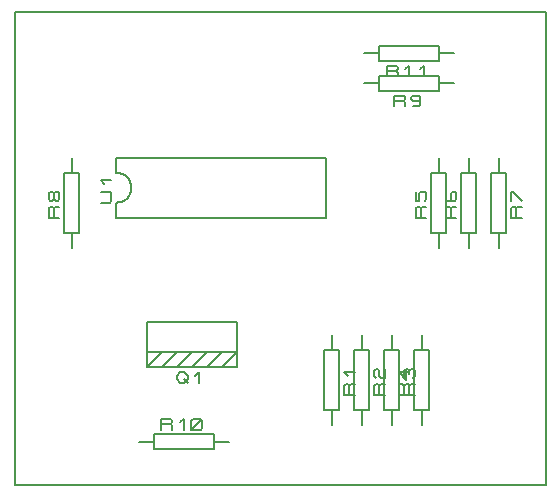
<source format=gbr>
G04 PROTEUS GERBER X2 FILE*
%TF.GenerationSoftware,Labcenter,Proteus,8.6-SP2-Build23525*%
%TF.CreationDate,2018-04-08T18:57:29+00:00*%
%TF.FileFunction,Legend,Top*%
%TF.FilePolarity,Positive*%
%TF.Part,Single*%
%FSLAX45Y45*%
%MOMM*%
G01*
%TA.AperFunction,Profile*%
%ADD15C,0.203200*%
%TA.AperFunction,Material*%
%ADD16C,0.203200*%
%TD.AperFunction*%
D15*
X-9750000Y-1500000D02*
X-5250000Y-1500000D01*
X-5250000Y+2500000D01*
X-9750000Y+2500000D01*
X-9750000Y-1500000D01*
D16*
X-8890000Y+1143000D02*
X-8890000Y+1270000D01*
X-8890000Y+762000D02*
X-8890000Y+889000D01*
X-8763000Y+1016000D02*
X-8765436Y+1041876D01*
X-8772485Y+1065848D01*
X-8783762Y+1087438D01*
X-8798878Y+1106170D01*
X-8817446Y+1121569D01*
X-8839081Y+1133158D01*
X-8863394Y+1140460D01*
X-8890000Y+1143000D01*
X-8763000Y+1016000D02*
X-8765436Y+989394D01*
X-8772485Y+965081D01*
X-8783762Y+943446D01*
X-8798878Y+924878D01*
X-8817446Y+909762D01*
X-8839081Y+898485D01*
X-8863394Y+891436D01*
X-8890000Y+889000D01*
X-8890000Y+762000D02*
X-7112000Y+762000D01*
X-7112000Y+1270000D01*
X-8890000Y+1270000D01*
X-9022080Y+889000D02*
X-8945880Y+889000D01*
X-8930640Y+904875D01*
X-8930640Y+968375D01*
X-8945880Y+984250D01*
X-9022080Y+984250D01*
X-8991600Y+1047750D02*
X-9022080Y+1079500D01*
X-8930640Y+1079500D01*
X-7064000Y-230000D02*
X-7064000Y-357000D01*
X-7127500Y-865000D02*
X-7000500Y-865000D01*
X-7000500Y-357000D01*
X-7127500Y-357000D01*
X-7127500Y-865000D01*
X-7064000Y-865000D02*
X-7064000Y-992000D01*
X-6868420Y-738000D02*
X-6959860Y-738000D01*
X-6959860Y-658625D01*
X-6944620Y-642750D01*
X-6929380Y-642750D01*
X-6914140Y-658625D01*
X-6914140Y-738000D01*
X-6914140Y-658625D02*
X-6898900Y-642750D01*
X-6868420Y-642750D01*
X-6929380Y-579250D02*
X-6959860Y-547500D01*
X-6868420Y-547500D01*
X-6810000Y-230000D02*
X-6810000Y-357000D01*
X-6873500Y-865000D02*
X-6746500Y-865000D01*
X-6746500Y-357000D01*
X-6873500Y-357000D01*
X-6873500Y-865000D01*
X-6810000Y-865000D02*
X-6810000Y-992000D01*
X-6614420Y-738000D02*
X-6705860Y-738000D01*
X-6705860Y-658625D01*
X-6690620Y-642750D01*
X-6675380Y-642750D01*
X-6660140Y-658625D01*
X-6660140Y-738000D01*
X-6660140Y-658625D02*
X-6644900Y-642750D01*
X-6614420Y-642750D01*
X-6690620Y-595125D02*
X-6705860Y-579250D01*
X-6705860Y-531625D01*
X-6690620Y-515750D01*
X-6675380Y-515750D01*
X-6660140Y-531625D01*
X-6660140Y-579250D01*
X-6644900Y-595125D01*
X-6614420Y-595125D01*
X-6614420Y-515750D01*
X-6556000Y-230000D02*
X-6556000Y-357000D01*
X-6619500Y-865000D02*
X-6492500Y-865000D01*
X-6492500Y-357000D01*
X-6619500Y-357000D01*
X-6619500Y-865000D01*
X-6556000Y-865000D02*
X-6556000Y-992000D01*
X-6360420Y-738000D02*
X-6451860Y-738000D01*
X-6451860Y-658625D01*
X-6436620Y-642750D01*
X-6421380Y-642750D01*
X-6406140Y-658625D01*
X-6406140Y-738000D01*
X-6406140Y-658625D02*
X-6390900Y-642750D01*
X-6360420Y-642750D01*
X-6436620Y-595125D02*
X-6451860Y-579250D01*
X-6451860Y-531625D01*
X-6436620Y-515750D01*
X-6421380Y-515750D01*
X-6406140Y-531625D01*
X-6390900Y-515750D01*
X-6375660Y-515750D01*
X-6360420Y-531625D01*
X-6360420Y-579250D01*
X-6375660Y-595125D01*
X-6406140Y-563375D02*
X-6406140Y-531625D01*
X-6302000Y-992000D02*
X-6302000Y-865000D01*
X-6365500Y-865000D02*
X-6238500Y-865000D01*
X-6238500Y-357000D01*
X-6365500Y-357000D01*
X-6365500Y-865000D01*
X-6302000Y-357000D02*
X-6302000Y-230000D01*
X-6406140Y-738000D02*
X-6497580Y-738000D01*
X-6497580Y-658625D01*
X-6482340Y-642750D01*
X-6467100Y-642750D01*
X-6451860Y-658625D01*
X-6451860Y-738000D01*
X-6451860Y-658625D02*
X-6436620Y-642750D01*
X-6406140Y-642750D01*
X-6436620Y-515750D02*
X-6436620Y-611000D01*
X-6497580Y-547500D01*
X-6406140Y-547500D01*
X-6159000Y+508000D02*
X-6159000Y+635000D01*
X-6222500Y+635000D02*
X-6095500Y+635000D01*
X-6095500Y+1143000D01*
X-6222500Y+1143000D01*
X-6222500Y+635000D01*
X-6159000Y+1143000D02*
X-6159000Y+1270000D01*
X-6263140Y+762000D02*
X-6354580Y+762000D01*
X-6354580Y+841375D01*
X-6339340Y+857250D01*
X-6324100Y+857250D01*
X-6308860Y+841375D01*
X-6308860Y+762000D01*
X-6308860Y+841375D02*
X-6293620Y+857250D01*
X-6263140Y+857250D01*
X-6354580Y+984250D02*
X-6354580Y+904875D01*
X-6324100Y+904875D01*
X-6324100Y+968375D01*
X-6308860Y+984250D01*
X-6278380Y+984250D01*
X-6263140Y+968375D01*
X-6263140Y+920750D01*
X-6278380Y+904875D01*
X-5905000Y+508000D02*
X-5905000Y+635000D01*
X-5968500Y+635000D02*
X-5841500Y+635000D01*
X-5841500Y+1143000D01*
X-5968500Y+1143000D01*
X-5968500Y+635000D01*
X-5905000Y+1143000D02*
X-5905000Y+1270000D01*
X-6009140Y+762000D02*
X-6100580Y+762000D01*
X-6100580Y+841375D01*
X-6085340Y+857250D01*
X-6070100Y+857250D01*
X-6054860Y+841375D01*
X-6054860Y+762000D01*
X-6054860Y+841375D02*
X-6039620Y+857250D01*
X-6009140Y+857250D01*
X-6085340Y+984250D02*
X-6100580Y+968375D01*
X-6100580Y+920750D01*
X-6085340Y+904875D01*
X-6024380Y+904875D01*
X-6009140Y+920750D01*
X-6009140Y+968375D01*
X-6024380Y+984250D01*
X-6039620Y+984250D01*
X-6054860Y+968375D01*
X-6054860Y+904875D01*
X-5651000Y+1270000D02*
X-5651000Y+1143000D01*
X-5714500Y+635000D02*
X-5587500Y+635000D01*
X-5587500Y+1143000D01*
X-5714500Y+1143000D01*
X-5714500Y+635000D01*
X-5651000Y+635000D02*
X-5651000Y+508000D01*
X-5455420Y+762000D02*
X-5546860Y+762000D01*
X-5546860Y+841375D01*
X-5531620Y+857250D01*
X-5516380Y+857250D01*
X-5501140Y+841375D01*
X-5501140Y+762000D01*
X-5501140Y+841375D02*
X-5485900Y+857250D01*
X-5455420Y+857250D01*
X-5546860Y+904875D02*
X-5546860Y+984250D01*
X-5531620Y+984250D01*
X-5455420Y+904875D01*
X-9267000Y+508000D02*
X-9267000Y+635000D01*
X-9330500Y+635000D02*
X-9203500Y+635000D01*
X-9203500Y+1143000D01*
X-9330500Y+1143000D01*
X-9330500Y+635000D01*
X-9267000Y+1143000D02*
X-9267000Y+1270000D01*
X-9371140Y+762000D02*
X-9462580Y+762000D01*
X-9462580Y+841375D01*
X-9447340Y+857250D01*
X-9432100Y+857250D01*
X-9416860Y+841375D01*
X-9416860Y+762000D01*
X-9416860Y+841375D02*
X-9401620Y+857250D01*
X-9371140Y+857250D01*
X-9416860Y+920750D02*
X-9432100Y+904875D01*
X-9447340Y+904875D01*
X-9462580Y+920750D01*
X-9462580Y+968375D01*
X-9447340Y+984250D01*
X-9432100Y+984250D01*
X-9416860Y+968375D01*
X-9416860Y+920750D01*
X-9401620Y+904875D01*
X-9386380Y+904875D01*
X-9371140Y+920750D01*
X-9371140Y+968375D01*
X-9386380Y+984250D01*
X-9401620Y+984250D01*
X-9416860Y+968375D01*
X-6028000Y+1901000D02*
X-6155000Y+1901000D01*
X-6663000Y+1837500D02*
X-6155000Y+1837500D01*
X-6155000Y+1964500D01*
X-6663000Y+1964500D01*
X-6663000Y+1837500D01*
X-6663000Y+1901000D02*
X-6790000Y+1901000D01*
X-6536000Y+1705420D02*
X-6536000Y+1796860D01*
X-6456625Y+1796860D01*
X-6440750Y+1781620D01*
X-6440750Y+1766380D01*
X-6456625Y+1751140D01*
X-6536000Y+1751140D01*
X-6456625Y+1751140D02*
X-6440750Y+1735900D01*
X-6440750Y+1705420D01*
X-6313750Y+1766380D02*
X-6329625Y+1751140D01*
X-6377250Y+1751140D01*
X-6393125Y+1766380D01*
X-6393125Y+1781620D01*
X-6377250Y+1796860D01*
X-6329625Y+1796860D01*
X-6313750Y+1781620D01*
X-6313750Y+1720660D01*
X-6329625Y+1705420D01*
X-6377250Y+1705420D01*
X-6028000Y+2155000D02*
X-6155000Y+2155000D01*
X-6663000Y+2091500D02*
X-6155000Y+2091500D01*
X-6155000Y+2218500D01*
X-6663000Y+2218500D01*
X-6663000Y+2091500D01*
X-6663000Y+2155000D02*
X-6790000Y+2155000D01*
X-6599500Y+1959420D02*
X-6599500Y+2050860D01*
X-6520125Y+2050860D01*
X-6504250Y+2035620D01*
X-6504250Y+2020380D01*
X-6520125Y+2005140D01*
X-6599500Y+2005140D01*
X-6520125Y+2005140D02*
X-6504250Y+1989900D01*
X-6504250Y+1959420D01*
X-6440750Y+2020380D02*
X-6409000Y+2050860D01*
X-6409000Y+1959420D01*
X-6313750Y+2020380D02*
X-6282000Y+2050860D01*
X-6282000Y+1959420D01*
X-8631000Y-377000D02*
X-7869000Y-377000D01*
X-7869000Y-123000D01*
X-8631000Y-123000D01*
X-8631000Y-377000D01*
X-7869000Y-377000D02*
X-7869000Y-504000D01*
X-8631000Y-504000D01*
X-8631000Y-377000D01*
X-7869000Y-377000D02*
X-7996000Y-504000D01*
X-7996000Y-377000D02*
X-8123000Y-504000D01*
X-8123000Y-377000D02*
X-8250000Y-504000D01*
X-8250000Y-377000D02*
X-8377000Y-504000D01*
X-8377000Y-377000D02*
X-8504000Y-504000D01*
X-8504000Y-377000D02*
X-8631000Y-504000D01*
X-8377000Y-575120D02*
X-8345250Y-544640D01*
X-8313500Y-544640D01*
X-8281750Y-575120D01*
X-8281750Y-605600D01*
X-8313500Y-636080D01*
X-8345250Y-636080D01*
X-8377000Y-605600D01*
X-8377000Y-575120D01*
X-8313500Y-605600D02*
X-8281750Y-636080D01*
X-8218250Y-575120D02*
X-8186500Y-544640D01*
X-8186500Y-636080D01*
X-8699000Y-1135000D02*
X-8572000Y-1135000D01*
X-8572000Y-1198500D02*
X-8064000Y-1198500D01*
X-8064000Y-1071500D01*
X-8572000Y-1071500D01*
X-8572000Y-1198500D01*
X-8064000Y-1135000D02*
X-7937000Y-1135000D01*
X-8508500Y-1030860D02*
X-8508500Y-939420D01*
X-8429125Y-939420D01*
X-8413250Y-954660D01*
X-8413250Y-969900D01*
X-8429125Y-985140D01*
X-8508500Y-985140D01*
X-8429125Y-985140D02*
X-8413250Y-1000380D01*
X-8413250Y-1030860D01*
X-8349750Y-969900D02*
X-8318000Y-939420D01*
X-8318000Y-1030860D01*
X-8254500Y-1015620D02*
X-8254500Y-954660D01*
X-8238625Y-939420D01*
X-8175125Y-939420D01*
X-8159250Y-954660D01*
X-8159250Y-1015620D01*
X-8175125Y-1030860D01*
X-8238625Y-1030860D01*
X-8254500Y-1015620D01*
X-8254500Y-1030860D02*
X-8159250Y-939420D01*
M02*

</source>
